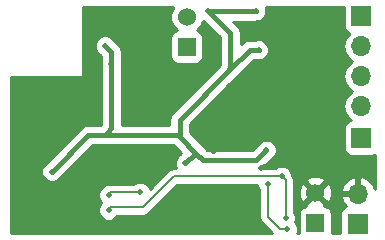
<source format=gbl>
G04 #@! TF.FileFunction,Copper,L2,Bot,Signal*
%FSLAX46Y46*%
G04 Gerber Fmt 4.6, Leading zero omitted, Abs format (unit mm)*
G04 Created by KiCad (PCBNEW 4.0.4-stable) date 06/27/18 00:46:23*
%MOMM*%
%LPD*%
G01*
G04 APERTURE LIST*
%ADD10C,0.150000*%
%ADD11R,1.700000X1.700000*%
%ADD12O,1.700000X1.700000*%
%ADD13R,1.524000X1.524000*%
%ADD14C,1.524000*%
%ADD15C,0.508000*%
%ADD16C,0.457200*%
%ADD17C,0.152000*%
%ADD18C,0.229000*%
%ADD19C,0.254000*%
G04 APERTURE END LIST*
D10*
D11*
X295990000Y-144510000D03*
D12*
X295990000Y-141970000D03*
D11*
X296270000Y-126950000D03*
D12*
X296270000Y-129490000D03*
X296270000Y-132030000D03*
X296270000Y-134570000D03*
D13*
X281500000Y-129560000D03*
D14*
X281500000Y-127020000D03*
D13*
X292380000Y-144450000D03*
D14*
X292380000Y-141910000D03*
D11*
X296270000Y-137280000D03*
D15*
X281380000Y-139390000D03*
X283330000Y-126550000D03*
X285179580Y-131429580D03*
X270070000Y-140110000D03*
X288240000Y-138300000D03*
X287570000Y-129800000D03*
X280880000Y-137160000D03*
X287340000Y-126490000D03*
X274640000Y-137010000D03*
X275120000Y-130980000D03*
X274580000Y-129450000D03*
X274870000Y-143370000D03*
X289520000Y-140520000D03*
X289860000Y-144040000D03*
X287740000Y-139830000D03*
X281100000Y-141780000D03*
X280000000Y-143270000D03*
X271200000Y-144600000D03*
X285030000Y-132840000D03*
X268940000Y-142137500D03*
X279070000Y-128500000D03*
X283750000Y-138380000D03*
X286070000Y-134870000D03*
X268986000Y-135610000D03*
X276820000Y-128420000D03*
X277520000Y-141870000D03*
X274870000Y-142070000D03*
X290000000Y-145010000D03*
X288340000Y-141140000D03*
D16*
X282185000Y-138585000D02*
X282305000Y-138585000D01*
X281380000Y-139390000D02*
X282185000Y-138585000D01*
X283330000Y-126550000D02*
X287280000Y-126550000D01*
X287280000Y-126550000D02*
X287340000Y-126490000D01*
X285179580Y-131429580D02*
X285179580Y-128399580D01*
X285179580Y-128399580D02*
X283330000Y-126550000D01*
X280880000Y-137160000D02*
X280880000Y-135729160D01*
X280880000Y-135729160D02*
X285179580Y-131429580D01*
X286809160Y-129800000D02*
X287570000Y-129800000D01*
X285179580Y-131429580D02*
X286809160Y-129800000D01*
X273170000Y-137010000D02*
X274640000Y-137010000D01*
X270070000Y-140110000D02*
X273170000Y-137010000D01*
X288240000Y-138300000D02*
X287390000Y-139150000D01*
X282870000Y-139150000D02*
X282305000Y-138585000D01*
X282305000Y-138585000D02*
X280880000Y-137160000D01*
X287390000Y-139150000D02*
X282870000Y-139150000D01*
X280730000Y-137010000D02*
X280880000Y-137160000D01*
X274640000Y-137010000D02*
X279270000Y-137010000D01*
X279270000Y-137010000D02*
X280730000Y-137010000D01*
X275120000Y-130980000D02*
X275120000Y-136450000D01*
X275120000Y-136450000D02*
X274640000Y-137010000D01*
X275120000Y-129990000D02*
X275120000Y-130980000D01*
X274580000Y-129450000D02*
X275120000Y-129990000D01*
D17*
X280390000Y-140520000D02*
X289520000Y-140520000D01*
X277780000Y-143130000D02*
X280390000Y-140520000D01*
X275110000Y-143130000D02*
X277780000Y-143130000D01*
X274870000Y-143370000D02*
X275110000Y-143130000D01*
X289520000Y-140520000D02*
X289860000Y-140860000D01*
X289860000Y-140860000D02*
X289860000Y-144040000D01*
D18*
X290000000Y-139530000D02*
X292380000Y-141910000D01*
X288040000Y-139530000D02*
X290000000Y-139530000D01*
X287740000Y-139830000D02*
X288040000Y-139530000D01*
D16*
X280000000Y-143270000D02*
X280000000Y-142880000D01*
X280000000Y-142880000D02*
X281100000Y-141780000D01*
D18*
X278670000Y-144600000D02*
X271200000Y-144600000D01*
X280000000Y-143270000D02*
X278670000Y-144600000D01*
D17*
X268940000Y-142340000D02*
X268940000Y-142137500D01*
X271200000Y-144600000D02*
X268940000Y-142340000D01*
D16*
X285030000Y-132840000D02*
X285030000Y-133830000D01*
X285030000Y-133830000D02*
X286070000Y-134870000D01*
X268986000Y-135610000D02*
X268986000Y-142091500D01*
D17*
X268986000Y-142091500D02*
X268940000Y-142137500D01*
X279070000Y-128500000D02*
X279040000Y-128500000D01*
D16*
X286070000Y-136060000D02*
X286070000Y-134870000D01*
X283750000Y-138380000D02*
X286070000Y-136060000D01*
D17*
X268986000Y-135610000D02*
X268990000Y-135610000D01*
X276810000Y-128430000D02*
X276800000Y-128430000D01*
X276820000Y-128420000D02*
X276810000Y-128430000D01*
X275070000Y-141870000D02*
X277520000Y-141870000D01*
X274870000Y-142070000D02*
X275070000Y-141870000D01*
X290000000Y-145010000D02*
X289940000Y-144950000D01*
X289940000Y-144950000D02*
X289370000Y-144960000D01*
X289370000Y-144960000D02*
X288340000Y-143930000D01*
X288340000Y-143930000D02*
X288340000Y-141140000D01*
D19*
G36*
X294772560Y-127800000D02*
X294816838Y-128035317D01*
X294955910Y-128251441D01*
X295168110Y-128396431D01*
X295235541Y-128410086D01*
X295190853Y-128439946D01*
X294868946Y-128921715D01*
X294755907Y-129490000D01*
X294868946Y-130058285D01*
X295190853Y-130540054D01*
X295520026Y-130760000D01*
X295190853Y-130979946D01*
X294868946Y-131461715D01*
X294755907Y-132030000D01*
X294868946Y-132598285D01*
X295190853Y-133080054D01*
X295520026Y-133300000D01*
X295190853Y-133519946D01*
X294868946Y-134001715D01*
X294755907Y-134570000D01*
X294868946Y-135138285D01*
X295190853Y-135620054D01*
X295434061Y-135782560D01*
X295420000Y-135782560D01*
X295184683Y-135826838D01*
X294968559Y-135965910D01*
X294823569Y-136178110D01*
X294772560Y-136430000D01*
X294772560Y-138130000D01*
X294816838Y-138365317D01*
X294955910Y-138581441D01*
X295168110Y-138726431D01*
X295420000Y-138777440D01*
X297120000Y-138777440D01*
X297355317Y-138733162D01*
X297415000Y-138694757D01*
X297415000Y-141573331D01*
X297261645Y-141203076D01*
X296871358Y-140774817D01*
X296346892Y-140528514D01*
X296117000Y-140649181D01*
X296117000Y-141843000D01*
X296137000Y-141843000D01*
X296137000Y-142097000D01*
X296117000Y-142097000D01*
X296117000Y-142117000D01*
X295863000Y-142117000D01*
X295863000Y-142097000D01*
X294669845Y-142097000D01*
X294548524Y-142326890D01*
X294718355Y-142736924D01*
X294994501Y-143039937D01*
X294904683Y-143056838D01*
X294688559Y-143195910D01*
X294543569Y-143408110D01*
X294492560Y-143660000D01*
X294492560Y-145295000D01*
X293772632Y-145295000D01*
X293789440Y-145212000D01*
X293789440Y-143688000D01*
X293745162Y-143452683D01*
X293606090Y-143236559D01*
X293393890Y-143091569D01*
X293142000Y-143040560D01*
X293137484Y-143040560D01*
X293180608Y-142890213D01*
X292380000Y-142089605D01*
X291579392Y-142890213D01*
X291622516Y-143040560D01*
X291618000Y-143040560D01*
X291382683Y-143084838D01*
X291166559Y-143223910D01*
X291021569Y-143436110D01*
X290970560Y-143688000D01*
X290970560Y-145212000D01*
X290986178Y-145295000D01*
X290844253Y-145295000D01*
X290888846Y-145187609D01*
X290889154Y-144833943D01*
X290754097Y-144507080D01*
X290665500Y-144418328D01*
X290748846Y-144217609D01*
X290749154Y-143863943D01*
X290614097Y-143537080D01*
X290571000Y-143493908D01*
X290571000Y-141702302D01*
X290970856Y-141702302D01*
X290998638Y-142257368D01*
X291157603Y-142641143D01*
X291399787Y-142710608D01*
X292200395Y-141910000D01*
X292559605Y-141910000D01*
X293360213Y-142710608D01*
X293602397Y-142641143D01*
X293789144Y-142117698D01*
X293763889Y-141613110D01*
X294548524Y-141613110D01*
X294669845Y-141843000D01*
X295863000Y-141843000D01*
X295863000Y-140649181D01*
X295633108Y-140528514D01*
X295108642Y-140774817D01*
X294718355Y-141203076D01*
X294548524Y-141613110D01*
X293763889Y-141613110D01*
X293761362Y-141562632D01*
X293602397Y-141178857D01*
X293360213Y-141109392D01*
X292559605Y-141910000D01*
X292200395Y-141910000D01*
X291399787Y-141109392D01*
X291157603Y-141178857D01*
X290970856Y-141702302D01*
X290571000Y-141702302D01*
X290571000Y-140929787D01*
X291579392Y-140929787D01*
X292380000Y-141730395D01*
X293180608Y-140929787D01*
X293111143Y-140687603D01*
X292587698Y-140500856D01*
X292032632Y-140528638D01*
X291648857Y-140687603D01*
X291579392Y-140929787D01*
X290571000Y-140929787D01*
X290571000Y-140860000D01*
X290516878Y-140587912D01*
X290409082Y-140426583D01*
X290409154Y-140343943D01*
X290274097Y-140017080D01*
X290024236Y-139766782D01*
X289697609Y-139631154D01*
X289343943Y-139630846D01*
X289017080Y-139765903D01*
X288973908Y-139809000D01*
X287928307Y-139809000D01*
X288000657Y-139760657D01*
X288682079Y-139079236D01*
X288742920Y-139054097D01*
X288993218Y-138804236D01*
X289128846Y-138477609D01*
X289129154Y-138123943D01*
X288994097Y-137797080D01*
X288744236Y-137546782D01*
X288417609Y-137411154D01*
X288063943Y-137410846D01*
X287737080Y-137545903D01*
X287486782Y-137795764D01*
X287461120Y-137857566D01*
X287032286Y-138286400D01*
X283227715Y-138286400D01*
X282915659Y-137974345D01*
X282915657Y-137974342D01*
X281743600Y-136802286D01*
X281743600Y-136086874D01*
X285621659Y-132208816D01*
X285682500Y-132183677D01*
X285932798Y-131933816D01*
X285958461Y-131872013D01*
X287166875Y-130663600D01*
X287331592Y-130663600D01*
X287392391Y-130688846D01*
X287746057Y-130689154D01*
X288072920Y-130554097D01*
X288323218Y-130304236D01*
X288458846Y-129977609D01*
X288459154Y-129623943D01*
X288324097Y-129297080D01*
X288074236Y-129046782D01*
X287747609Y-128911154D01*
X287393943Y-128910846D01*
X287332098Y-128936400D01*
X286809160Y-128936400D01*
X286533505Y-128991231D01*
X286478674Y-129002138D01*
X286198502Y-129189343D01*
X286043180Y-129344665D01*
X286043180Y-128399580D01*
X285977442Y-128069095D01*
X285977442Y-128069094D01*
X285790237Y-127788922D01*
X285414915Y-127413600D01*
X287280000Y-127413600D01*
X287453445Y-127379099D01*
X287516057Y-127379154D01*
X287574434Y-127355033D01*
X287610485Y-127347862D01*
X287640780Y-127327620D01*
X287842920Y-127244097D01*
X288093218Y-126994236D01*
X288228846Y-126667609D01*
X288229154Y-126313943D01*
X288175876Y-126185000D01*
X294772560Y-126185000D01*
X294772560Y-127800000D01*
X294772560Y-127800000D01*
G37*
X294772560Y-127800000D02*
X294816838Y-128035317D01*
X294955910Y-128251441D01*
X295168110Y-128396431D01*
X295235541Y-128410086D01*
X295190853Y-128439946D01*
X294868946Y-128921715D01*
X294755907Y-129490000D01*
X294868946Y-130058285D01*
X295190853Y-130540054D01*
X295520026Y-130760000D01*
X295190853Y-130979946D01*
X294868946Y-131461715D01*
X294755907Y-132030000D01*
X294868946Y-132598285D01*
X295190853Y-133080054D01*
X295520026Y-133300000D01*
X295190853Y-133519946D01*
X294868946Y-134001715D01*
X294755907Y-134570000D01*
X294868946Y-135138285D01*
X295190853Y-135620054D01*
X295434061Y-135782560D01*
X295420000Y-135782560D01*
X295184683Y-135826838D01*
X294968559Y-135965910D01*
X294823569Y-136178110D01*
X294772560Y-136430000D01*
X294772560Y-138130000D01*
X294816838Y-138365317D01*
X294955910Y-138581441D01*
X295168110Y-138726431D01*
X295420000Y-138777440D01*
X297120000Y-138777440D01*
X297355317Y-138733162D01*
X297415000Y-138694757D01*
X297415000Y-141573331D01*
X297261645Y-141203076D01*
X296871358Y-140774817D01*
X296346892Y-140528514D01*
X296117000Y-140649181D01*
X296117000Y-141843000D01*
X296137000Y-141843000D01*
X296137000Y-142097000D01*
X296117000Y-142097000D01*
X296117000Y-142117000D01*
X295863000Y-142117000D01*
X295863000Y-142097000D01*
X294669845Y-142097000D01*
X294548524Y-142326890D01*
X294718355Y-142736924D01*
X294994501Y-143039937D01*
X294904683Y-143056838D01*
X294688559Y-143195910D01*
X294543569Y-143408110D01*
X294492560Y-143660000D01*
X294492560Y-145295000D01*
X293772632Y-145295000D01*
X293789440Y-145212000D01*
X293789440Y-143688000D01*
X293745162Y-143452683D01*
X293606090Y-143236559D01*
X293393890Y-143091569D01*
X293142000Y-143040560D01*
X293137484Y-143040560D01*
X293180608Y-142890213D01*
X292380000Y-142089605D01*
X291579392Y-142890213D01*
X291622516Y-143040560D01*
X291618000Y-143040560D01*
X291382683Y-143084838D01*
X291166559Y-143223910D01*
X291021569Y-143436110D01*
X290970560Y-143688000D01*
X290970560Y-145212000D01*
X290986178Y-145295000D01*
X290844253Y-145295000D01*
X290888846Y-145187609D01*
X290889154Y-144833943D01*
X290754097Y-144507080D01*
X290665500Y-144418328D01*
X290748846Y-144217609D01*
X290749154Y-143863943D01*
X290614097Y-143537080D01*
X290571000Y-143493908D01*
X290571000Y-141702302D01*
X290970856Y-141702302D01*
X290998638Y-142257368D01*
X291157603Y-142641143D01*
X291399787Y-142710608D01*
X292200395Y-141910000D01*
X292559605Y-141910000D01*
X293360213Y-142710608D01*
X293602397Y-142641143D01*
X293789144Y-142117698D01*
X293763889Y-141613110D01*
X294548524Y-141613110D01*
X294669845Y-141843000D01*
X295863000Y-141843000D01*
X295863000Y-140649181D01*
X295633108Y-140528514D01*
X295108642Y-140774817D01*
X294718355Y-141203076D01*
X294548524Y-141613110D01*
X293763889Y-141613110D01*
X293761362Y-141562632D01*
X293602397Y-141178857D01*
X293360213Y-141109392D01*
X292559605Y-141910000D01*
X292200395Y-141910000D01*
X291399787Y-141109392D01*
X291157603Y-141178857D01*
X290970856Y-141702302D01*
X290571000Y-141702302D01*
X290571000Y-140929787D01*
X291579392Y-140929787D01*
X292380000Y-141730395D01*
X293180608Y-140929787D01*
X293111143Y-140687603D01*
X292587698Y-140500856D01*
X292032632Y-140528638D01*
X291648857Y-140687603D01*
X291579392Y-140929787D01*
X290571000Y-140929787D01*
X290571000Y-140860000D01*
X290516878Y-140587912D01*
X290409082Y-140426583D01*
X290409154Y-140343943D01*
X290274097Y-140017080D01*
X290024236Y-139766782D01*
X289697609Y-139631154D01*
X289343943Y-139630846D01*
X289017080Y-139765903D01*
X288973908Y-139809000D01*
X287928307Y-139809000D01*
X288000657Y-139760657D01*
X288682079Y-139079236D01*
X288742920Y-139054097D01*
X288993218Y-138804236D01*
X289128846Y-138477609D01*
X289129154Y-138123943D01*
X288994097Y-137797080D01*
X288744236Y-137546782D01*
X288417609Y-137411154D01*
X288063943Y-137410846D01*
X287737080Y-137545903D01*
X287486782Y-137795764D01*
X287461120Y-137857566D01*
X287032286Y-138286400D01*
X283227715Y-138286400D01*
X282915659Y-137974345D01*
X282915657Y-137974342D01*
X281743600Y-136802286D01*
X281743600Y-136086874D01*
X285621659Y-132208816D01*
X285682500Y-132183677D01*
X285932798Y-131933816D01*
X285958461Y-131872013D01*
X287166875Y-130663600D01*
X287331592Y-130663600D01*
X287392391Y-130688846D01*
X287746057Y-130689154D01*
X288072920Y-130554097D01*
X288323218Y-130304236D01*
X288458846Y-129977609D01*
X288459154Y-129623943D01*
X288324097Y-129297080D01*
X288074236Y-129046782D01*
X287747609Y-128911154D01*
X287393943Y-128910846D01*
X287332098Y-128936400D01*
X286809160Y-128936400D01*
X286533505Y-128991231D01*
X286478674Y-129002138D01*
X286198502Y-129189343D01*
X286043180Y-129344665D01*
X286043180Y-128399580D01*
X285977442Y-128069095D01*
X285977442Y-128069094D01*
X285790237Y-127788922D01*
X285414915Y-127413600D01*
X287280000Y-127413600D01*
X287453445Y-127379099D01*
X287516057Y-127379154D01*
X287574434Y-127355033D01*
X287610485Y-127347862D01*
X287640780Y-127327620D01*
X287842920Y-127244097D01*
X288093218Y-126994236D01*
X288228846Y-126667609D01*
X288229154Y-126313943D01*
X288175876Y-126185000D01*
X294772560Y-126185000D01*
X294772560Y-127800000D01*
G36*
X280316371Y-126227630D02*
X280103243Y-126740900D01*
X280102758Y-127296661D01*
X280314990Y-127810303D01*
X280667833Y-128163763D01*
X280502683Y-128194838D01*
X280286559Y-128333910D01*
X280141569Y-128546110D01*
X280090560Y-128798000D01*
X280090560Y-130322000D01*
X280134838Y-130557317D01*
X280273910Y-130773441D01*
X280486110Y-130918431D01*
X280738000Y-130969440D01*
X282262000Y-130969440D01*
X282497317Y-130925162D01*
X282713441Y-130786090D01*
X282858431Y-130573890D01*
X282909440Y-130322000D01*
X282909440Y-128798000D01*
X282865162Y-128562683D01*
X282726090Y-128346559D01*
X282513890Y-128201569D01*
X282330876Y-128164508D01*
X282683629Y-127812370D01*
X282884858Y-127327756D01*
X282887567Y-127328881D01*
X284315980Y-128757295D01*
X284315980Y-131071865D01*
X280269343Y-135118503D01*
X280082138Y-135398675D01*
X280016400Y-135729160D01*
X280016400Y-136146400D01*
X275983600Y-136146400D01*
X275983600Y-131218408D01*
X276008846Y-131157609D01*
X276009154Y-130803943D01*
X275983600Y-130742098D01*
X275983600Y-129990000D01*
X275917862Y-129659515D01*
X275917862Y-129659514D01*
X275730657Y-129379342D01*
X275359236Y-129007922D01*
X275334097Y-128947080D01*
X275084236Y-128696782D01*
X274757609Y-128561154D01*
X274403943Y-128560846D01*
X274077080Y-128695903D01*
X273826782Y-128945764D01*
X273691154Y-129272391D01*
X273690846Y-129626057D01*
X273825903Y-129952920D01*
X274075764Y-130203218D01*
X274137566Y-130228881D01*
X274256400Y-130347715D01*
X274256400Y-130741592D01*
X274231154Y-130802391D01*
X274230846Y-131156057D01*
X274256400Y-131217902D01*
X274256400Y-136130533D01*
X274242800Y-136146400D01*
X273170000Y-136146400D01*
X272839515Y-136212138D01*
X272559343Y-136399343D01*
X269627923Y-139330763D01*
X269567080Y-139355903D01*
X269316782Y-139605764D01*
X269181154Y-139932391D01*
X269180846Y-140286057D01*
X269315903Y-140612920D01*
X269565764Y-140863218D01*
X269892391Y-140998846D01*
X270246057Y-140999154D01*
X270572920Y-140864097D01*
X270823218Y-140614236D01*
X270848881Y-140552433D01*
X273527714Y-137873600D01*
X274401592Y-137873600D01*
X274462391Y-137898846D01*
X274816057Y-137899154D01*
X274877902Y-137873600D01*
X280336215Y-137873600D01*
X280375764Y-137913218D01*
X280437567Y-137938881D01*
X281023686Y-138525000D01*
X280937923Y-138610763D01*
X280877080Y-138635903D01*
X280626782Y-138885764D01*
X280491154Y-139212391D01*
X280490846Y-139566057D01*
X280591228Y-139809000D01*
X280390000Y-139809000D01*
X280117912Y-139863122D01*
X279887247Y-140017247D01*
X278351086Y-141553408D01*
X278274097Y-141367080D01*
X278024236Y-141116782D01*
X277697609Y-140981154D01*
X277343943Y-140980846D01*
X277017080Y-141115903D01*
X276973908Y-141159000D01*
X275070000Y-141159000D01*
X274959013Y-141181077D01*
X274693943Y-141180846D01*
X274367080Y-141315903D01*
X274116782Y-141565764D01*
X273981154Y-141892391D01*
X273980846Y-142246057D01*
X274115903Y-142572920D01*
X274262764Y-142720037D01*
X274116782Y-142865764D01*
X273981154Y-143192391D01*
X273980846Y-143546057D01*
X274115903Y-143872920D01*
X274365764Y-144123218D01*
X274692391Y-144258846D01*
X275046057Y-144259154D01*
X275372920Y-144124097D01*
X275623218Y-143874236D01*
X275637019Y-143841000D01*
X277780000Y-143841000D01*
X278052088Y-143786878D01*
X278282753Y-143632753D01*
X280684506Y-141231000D01*
X287450920Y-141231000D01*
X287450846Y-141316057D01*
X287585903Y-141642920D01*
X287629000Y-141686092D01*
X287629000Y-143930000D01*
X287683122Y-144202088D01*
X287837247Y-144432753D01*
X288699494Y-145295000D01*
X266585000Y-145295000D01*
X266585000Y-132127000D01*
X272550000Y-132127000D01*
X272599410Y-132116994D01*
X272641035Y-132088553D01*
X272668315Y-132046159D01*
X272677000Y-132000000D01*
X272677000Y-126185000D01*
X280359075Y-126185000D01*
X280316371Y-126227630D01*
X280316371Y-126227630D01*
G37*
X280316371Y-126227630D02*
X280103243Y-126740900D01*
X280102758Y-127296661D01*
X280314990Y-127810303D01*
X280667833Y-128163763D01*
X280502683Y-128194838D01*
X280286559Y-128333910D01*
X280141569Y-128546110D01*
X280090560Y-128798000D01*
X280090560Y-130322000D01*
X280134838Y-130557317D01*
X280273910Y-130773441D01*
X280486110Y-130918431D01*
X280738000Y-130969440D01*
X282262000Y-130969440D01*
X282497317Y-130925162D01*
X282713441Y-130786090D01*
X282858431Y-130573890D01*
X282909440Y-130322000D01*
X282909440Y-128798000D01*
X282865162Y-128562683D01*
X282726090Y-128346559D01*
X282513890Y-128201569D01*
X282330876Y-128164508D01*
X282683629Y-127812370D01*
X282884858Y-127327756D01*
X282887567Y-127328881D01*
X284315980Y-128757295D01*
X284315980Y-131071865D01*
X280269343Y-135118503D01*
X280082138Y-135398675D01*
X280016400Y-135729160D01*
X280016400Y-136146400D01*
X275983600Y-136146400D01*
X275983600Y-131218408D01*
X276008846Y-131157609D01*
X276009154Y-130803943D01*
X275983600Y-130742098D01*
X275983600Y-129990000D01*
X275917862Y-129659515D01*
X275917862Y-129659514D01*
X275730657Y-129379342D01*
X275359236Y-129007922D01*
X275334097Y-128947080D01*
X275084236Y-128696782D01*
X274757609Y-128561154D01*
X274403943Y-128560846D01*
X274077080Y-128695903D01*
X273826782Y-128945764D01*
X273691154Y-129272391D01*
X273690846Y-129626057D01*
X273825903Y-129952920D01*
X274075764Y-130203218D01*
X274137566Y-130228881D01*
X274256400Y-130347715D01*
X274256400Y-130741592D01*
X274231154Y-130802391D01*
X274230846Y-131156057D01*
X274256400Y-131217902D01*
X274256400Y-136130533D01*
X274242800Y-136146400D01*
X273170000Y-136146400D01*
X272839515Y-136212138D01*
X272559343Y-136399343D01*
X269627923Y-139330763D01*
X269567080Y-139355903D01*
X269316782Y-139605764D01*
X269181154Y-139932391D01*
X269180846Y-140286057D01*
X269315903Y-140612920D01*
X269565764Y-140863218D01*
X269892391Y-140998846D01*
X270246057Y-140999154D01*
X270572920Y-140864097D01*
X270823218Y-140614236D01*
X270848881Y-140552433D01*
X273527714Y-137873600D01*
X274401592Y-137873600D01*
X274462391Y-137898846D01*
X274816057Y-137899154D01*
X274877902Y-137873600D01*
X280336215Y-137873600D01*
X280375764Y-137913218D01*
X280437567Y-137938881D01*
X281023686Y-138525000D01*
X280937923Y-138610763D01*
X280877080Y-138635903D01*
X280626782Y-138885764D01*
X280491154Y-139212391D01*
X280490846Y-139566057D01*
X280591228Y-139809000D01*
X280390000Y-139809000D01*
X280117912Y-139863122D01*
X279887247Y-140017247D01*
X278351086Y-141553408D01*
X278274097Y-141367080D01*
X278024236Y-141116782D01*
X277697609Y-140981154D01*
X277343943Y-140980846D01*
X277017080Y-141115903D01*
X276973908Y-141159000D01*
X275070000Y-141159000D01*
X274959013Y-141181077D01*
X274693943Y-141180846D01*
X274367080Y-141315903D01*
X274116782Y-141565764D01*
X273981154Y-141892391D01*
X273980846Y-142246057D01*
X274115903Y-142572920D01*
X274262764Y-142720037D01*
X274116782Y-142865764D01*
X273981154Y-143192391D01*
X273980846Y-143546057D01*
X274115903Y-143872920D01*
X274365764Y-144123218D01*
X274692391Y-144258846D01*
X275046057Y-144259154D01*
X275372920Y-144124097D01*
X275623218Y-143874236D01*
X275637019Y-143841000D01*
X277780000Y-143841000D01*
X278052088Y-143786878D01*
X278282753Y-143632753D01*
X280684506Y-141231000D01*
X287450920Y-141231000D01*
X287450846Y-141316057D01*
X287585903Y-141642920D01*
X287629000Y-141686092D01*
X287629000Y-143930000D01*
X287683122Y-144202088D01*
X287837247Y-144432753D01*
X288699494Y-145295000D01*
X266585000Y-145295000D01*
X266585000Y-132127000D01*
X272550000Y-132127000D01*
X272599410Y-132116994D01*
X272641035Y-132088553D01*
X272668315Y-132046159D01*
X272677000Y-132000000D01*
X272677000Y-126185000D01*
X280359075Y-126185000D01*
X280316371Y-126227630D01*
M02*

</source>
